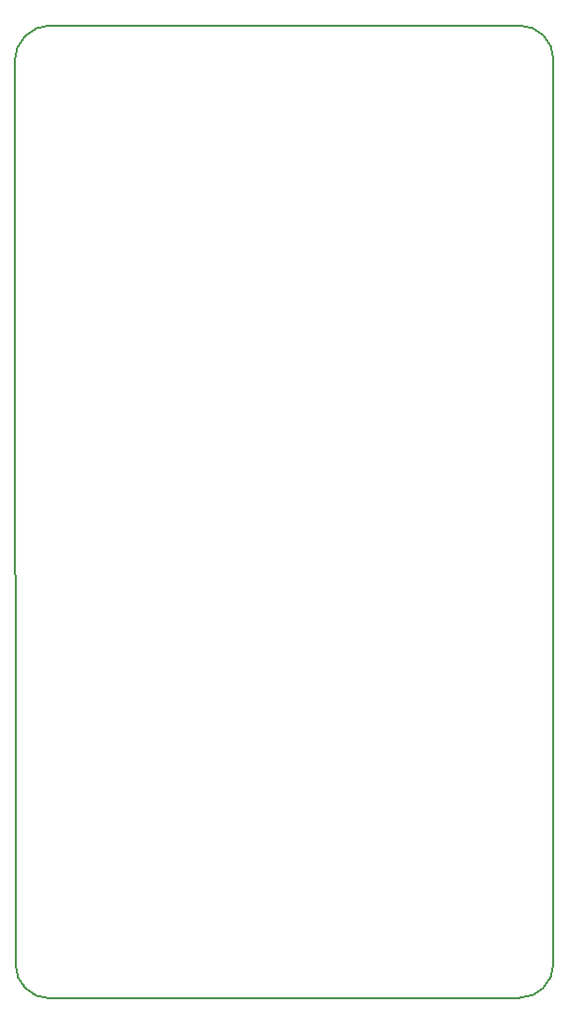
<source format=gbr>
%TF.GenerationSoftware,KiCad,Pcbnew,(5.0.2)-1*%
%TF.CreationDate,2021-04-28T15:39:28-07:00*%
%TF.ProjectId,Spock,53706f63-6b2e-46b6-9963-61645f706362,rev?*%
%TF.SameCoordinates,Original*%
%TF.FileFunction,Profile,NP*%
%FSLAX46Y46*%
G04 Gerber Fmt 4.6, Leading zero omitted, Abs format (unit mm)*
G04 Created by KiCad (PCBNEW (5.0.2)-1) date 4/28/2021 3:39:28 PM*
%MOMM*%
%LPD*%
G01*
G04 APERTURE LIST*
%ADD10C,0.200000*%
G04 APERTURE END LIST*
D10*
X189484000Y-60172600D02*
X189484000Y-70256400D01*
X232638600Y-57150000D02*
X192506600Y-57150000D01*
X235585000Y-70104000D02*
X235585000Y-60045600D01*
X235585000Y-137287000D02*
X235585000Y-70104000D01*
X189484000Y-70231000D02*
X189552400Y-137337400D01*
X232664000Y-140208000D02*
X192473400Y-140258400D01*
X192473400Y-140258400D02*
G75*
G02X189552400Y-137337400I0J2921000D01*
G01*
X235585000Y-137287000D02*
G75*
G02X232664000Y-140208000I-2921000J0D01*
G01*
X232638601Y-57150110D02*
G75*
G02X235585000Y-60071000I25399J-2920890D01*
G01*
X189484000Y-60198000D02*
G75*
G02X192532000Y-57150000I3048000J0D01*
G01*
M02*

</source>
